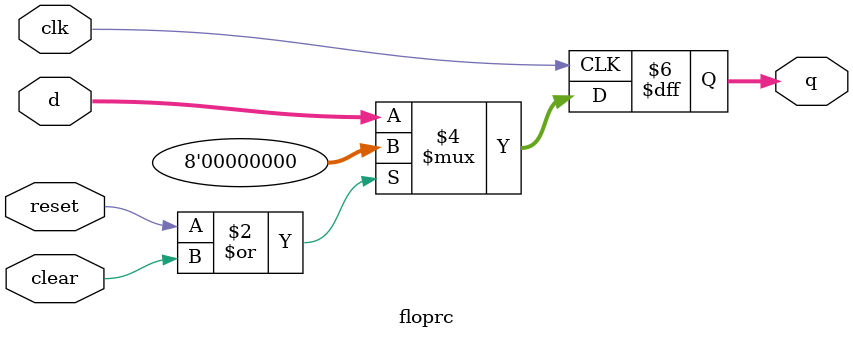
<source format=sv>

module floprc #(parameter WIDTH = 8) (
  input  logic clk,
  input  logic reset,
  input  logic clear,
  input  logic [WIDTH-1:0] d, 
  output logic [WIDTH-1:0] q);

  always_ff @(posedge clk)
    if (reset | clear ) q <= #1 0;
    else                q <= #1 d;
endmodule

</source>
